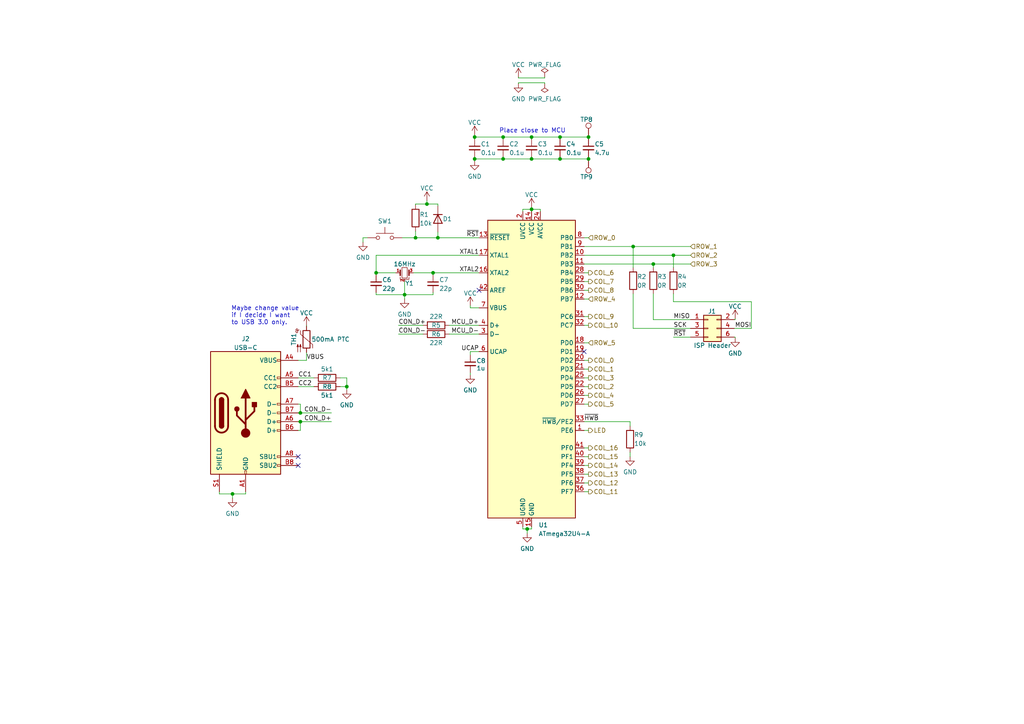
<source format=kicad_sch>
(kicad_sch (version 20211123) (generator eeschema)
  (paper "A4")
  (lib_symbols
    (symbol "Connector:TestPoint" (pin_numbers hide) (pin_names (offset 0.762) hide)
      (property "Reference" "TP" (at 0 6.858 0))
      (property "Value" "TestPoint" (at 0 5.08 0))
      (symbol "TestPoint_0_1"
        (circle (center 0 3.302) (radius 0.762))
      )
      (symbol "TestPoint_1_1"
        (pin passive line (at 0 0 90) (length 2.54) (name "1") (number "1"))
      )
    )
    (symbol "Connector:USB_C_Receptacle_USB2.0" (pin_names (offset 1.016))
      (property "Reference" "J" (at -10.16 19.05 0))
      (property "Value" "USB_C_Receptacle_USB2.0" (at 19.05 19.05 0))
      (symbol "USB_C_Receptacle_USB2.0_0_0"
        (rectangle (start -0.254 -17.78) (end 0.254 -16.764))
        (rectangle (start 10.16 -14.986) (end 9.144 -15.494))
        (rectangle (start 10.16 -12.446) (end 9.144 -12.954))
        (rectangle (start 10.16 -4.826) (end 9.144 -5.334))
        (rectangle (start 10.16 -2.286) (end 9.144 -2.794))
        (rectangle (start 10.16 0.254) (end 9.144 -0.254))
        (rectangle (start 10.16 2.794) (end 9.144 2.286))
        (rectangle (start 10.16 7.874) (end 9.144 7.366))
        (rectangle (start 10.16 10.414) (end 9.144 9.906))
        (rectangle (start 10.16 15.494) (end 9.144 14.986))
      )
      (symbol "USB_C_Receptacle_USB2.0_0_1"
        (rectangle (start -10.16 17.78) (end 10.16 -17.78) (stroke (width 0.254)) (fill (type background)))
        (arc (start -8.89 -3.81) (mid -6.985 -5.715) (end -5.08 -3.81) (stroke (width 0.508)))
        (arc (start -7.62 -3.81) (mid -6.985 -4.445) (end -6.35 -3.81) (stroke (width 0.254)))
        (arc (start -7.62 -3.81) (mid -6.985 -4.445) (end -6.35 -3.81) (stroke (width 0.254)) (fill (type outline)))
        (rectangle (start -7.62 -3.81) (end -6.35 3.81) (stroke (width 0.254)) (fill (type outline)))
        (arc (start -6.35 3.81) (mid -6.985 4.445) (end -7.62 3.81) (stroke (width 0.254)))
        (arc (start -6.35 3.81) (mid -6.985 4.445) (end -7.62 3.81) (stroke (width 0.254)) (fill (type outline)))
        (arc (start -5.08 3.81) (mid -6.985 5.715) (end -8.89 3.81) (stroke (width 0.508)))
        (circle (center -2.54 1.143) (radius 0.635) (stroke (width 0.254)) (fill (type outline)))
        (circle (center 0 -5.842) (radius 1.27) (fill (type outline)))
        (polyline (pts (xy -8.89 -3.81) (xy -8.89 3.81)) (stroke (width 0.508)))
        (polyline (pts (xy -5.08 3.81) (xy -5.08 -3.81)) (stroke (width 0.508)))
        (polyline (pts (xy 0 -5.842) (xy 0 4.318)) (stroke (width 0.508)))
        (polyline (pts (xy 0 -3.302) (xy -2.54 -0.762) (xy -2.54 0.508)) (stroke (width 0.508)))
        (polyline (pts (xy 0 -2.032) (xy 2.54 0.508) (xy 2.54 1.778)) (stroke (width 0.508)))
        (polyline (pts (xy -1.27 4.318) (xy 0 6.858) (xy 1.27 4.318) (xy -1.27 4.318)) (stroke (width 0.254)) (fill (type outline)))
        (rectangle (start 1.905 1.778) (end 3.175 3.048) (stroke (width 0.254)) (fill (type outline)))
      )
      (symbol "USB_C_Receptacle_USB2.0_1_1"
        (pin passive line (at 0 -22.86 90) (length 5.08) (name "GND") (number "A1"))
        (pin passive line (at 0 -22.86 90) (length 5.08) hide (name "GND") (number "A12"))
        (pin passive line (at 15.24 15.24 180) (length 5.08) (name "VBUS") (number "A4"))
        (pin bidirectional line (at 15.24 10.16 180) (length 5.08) (name "CC1") (number "A5"))
        (pin bidirectional line (at 15.24 -2.54 180) (length 5.08) (name "D+") (number "A6"))
        (pin bidirectional line (at 15.24 2.54 180) (length 5.08) (name "D-") (number "A7"))
        (pin bidirectional line (at 15.24 -12.7 180) (length 5.08) (name "SBU1") (number "A8"))
        (pin passive line (at 15.24 15.24 180) (length 5.08) hide (name "VBUS") (number "A9"))
        (pin passive line (at 0 -22.86 90) (length 5.08) hide (name "GND") (number "B1"))
        (pin passive line (at 0 -22.86 90) (length 5.08) hide (name "GND") (number "B12"))
        (pin passive line (at 15.24 15.24 180) (length 5.08) hide (name "VBUS") (number "B4"))
        (pin bidirectional line (at 15.24 7.62 180) (length 5.08) (name "CC2") (number "B5"))
        (pin bidirectional line (at 15.24 -5.08 180) (length 5.08) (name "D+") (number "B6"))
        (pin bidirectional line (at 15.24 0 180) (length 5.08) (name "D-") (number "B7"))
        (pin bidirectional line (at 15.24 -15.24 180) (length 5.08) (name "SBU2") (number "B8"))
        (pin passive line (at 15.24 15.24 180) (length 5.08) hide (name "VBUS") (number "B9"))
        (pin passive line (at -7.62 -22.86 90) (length 5.08) (name "SHIELD") (number "S1"))
      )
    )
    (symbol "Connector_Generic:Conn_02x03_Odd_Even" (pin_names (offset 1.016) hide)
      (property "Reference" "J" (at 1.27 5.08 0))
      (property "Value" "Conn_02x03_Odd_Even" (at 1.27 -5.08 0))
      (symbol "Conn_02x03_Odd_Even_1_1"
        (rectangle (start -1.27 -2.413) (end 0 -2.667) (stroke (width 0.1524)))
        (rectangle (start -1.27 0.127) (end 0 -0.127) (stroke (width 0.1524)))
        (rectangle (start -1.27 2.667) (end 0 2.413) (stroke (width 0.1524)))
        (rectangle (start -1.27 3.81) (end 3.81 -3.81) (stroke (width 0.254)) (fill (type background)))
        (rectangle (start 3.81 -2.413) (end 2.54 -2.667) (stroke (width 0.1524)))
        (rectangle (start 3.81 0.127) (end 2.54 -0.127) (stroke (width 0.1524)))
        (rectangle (start 3.81 2.667) (end 2.54 2.413) (stroke (width 0.1524)))
        (pin passive line (at -5.08 2.54 0) (length 3.81) (name "Pin_1") (number "1"))
        (pin passive line (at 7.62 2.54 180) (length 3.81) (name "Pin_2") (number "2"))
        (pin passive line (at -5.08 0 0) (length 3.81) (name "Pin_3") (number "3"))
        (pin passive line (at 7.62 0 180) (length 3.81) (name "Pin_4") (number "4"))
        (pin passive line (at -5.08 -2.54 0) (length 3.81) (name "Pin_5") (number "5"))
        (pin passive line (at 7.62 -2.54 180) (length 3.81) (name "Pin_6") (number "6"))
      )
    )
    (symbol "Device:C_Small" (pin_numbers hide) (pin_names (offset 0.254) hide)
      (property "Reference" "C" (at 0.254 1.778 0))
      (property "Value" "C_Small" (at 0.254 -2.032 0))
      (symbol "C_Small_0_1"
        (polyline (pts (xy -1.524 -0.508) (xy 1.524 -0.508)) (stroke (width 0.3302)))
        (polyline (pts (xy -1.524 0.508) (xy 1.524 0.508)) (stroke (width 0.3048)))
      )
      (symbol "C_Small_1_1"
        (pin passive line (at 0 2.54 270) (length 2.032) (name "~") (number "1"))
        (pin passive line (at 0 -2.54 90) (length 2.032) (name "~") (number "2"))
      )
    )
    (symbol "Device:Crystal_GND2_Small" (pin_names (offset 1.016) hide)
      (property "Reference" "Y" (at 0 5.08 0))
      (property "Value" "Crystal_GND2_Small" (at 0 3.175 0))
      (symbol "Crystal_GND2_Small_0_1"
        (rectangle (start -0.762 -1.524) (end 0.762 1.524))
        (polyline (pts (xy -1.27 -0.762) (xy -1.27 0.762)) (stroke (width 0.381)))
        (polyline (pts (xy 1.27 -0.762) (xy 1.27 0.762)) (stroke (width 0.381)))
        (polyline (pts (xy -1.27 -1.27) (xy -1.27 -1.905) (xy 1.27 -1.905) (xy 1.27 -1.27)))
      )
      (symbol "Crystal_GND2_Small_1_1"
        (pin passive line (at -2.54 0 0) (length 1.27) (name "1") (number "1"))
        (pin passive line (at 0 -2.54 90) (length 0.635) (name "2") (number "2"))
        (pin passive line (at 2.54 0 180) (length 1.27) (name "3") (number "3"))
      )
    )
    (symbol "Device:D" (pin_numbers hide) (pin_names (offset 1.016) hide)
      (property "Reference" "D" (at 0 2.54 0))
      (property "Value" "D" (at 0 -2.54 0))
      (symbol "D_0_1"
        (polyline (pts (xy -1.27 1.27) (xy -1.27 -1.27)) (stroke (width 0.254)))
        (polyline (pts (xy 1.27 0) (xy -1.27 0)))
        (polyline (pts (xy 1.27 1.27) (xy 1.27 -1.27) (xy -1.27 0) (xy 1.27 1.27)) (stroke (width 0.254)))
      )
      (symbol "D_1_1"
        (pin passive line (at -3.81 0 0) (length 2.54) (name "K") (number "1"))
        (pin passive line (at 3.81 0 180) (length 2.54) (name "A") (number "2"))
      )
    )
    (symbol "Device:R" (pin_numbers hide) (pin_names (offset 0))
      (property "Reference" "R" (at 2.032 0 90))
      (property "Value" "R" (at 0 0 90))
      (symbol "R_0_1"
        (rectangle (start -1.016 -2.54) (end 1.016 2.54) (stroke (width 0.254)))
      )
      (symbol "R_1_1"
        (pin passive line (at 0 3.81 270) (length 1.27) (name "~") (number "1"))
        (pin passive line (at 0 -3.81 90) (length 1.27) (name "~") (number "2"))
      )
    )
    (symbol "Device:Thermistor_PTC" (pin_numbers hide) (pin_names (offset 0))
      (property "Reference" "TH" (at -4.064 0 90))
      (property "Value" "Thermistor_PTC" (at 3.048 0 90))
      (symbol "Thermistor_PTC_0_1"
        (arc (start -3.048 2.159) (mid -3.0495 2.3143) (end -3.175 2.413))
        (arc (start -3.048 2.159) (mid -2.9736 1.9794) (end -2.794 1.905))
        (arc (start -3.048 2.794) (mid -2.9736 2.6144) (end -2.794 2.54))
        (arc (start -2.794 1.905) (mid -2.6144 1.9794) (end -2.54 2.159))
        (arc (start -2.794 2.54) (mid -2.4393 2.5587) (end -2.159 2.794))
        (arc (start -2.794 3.048) (mid -2.9736 2.9736) (end -3.048 2.794))
        (arc (start -2.54 2.794) (mid -2.6144 2.9736) (end -2.794 3.048))
        (rectangle (start -1.016 2.54) (end 1.016 -2.54) (stroke (width 0.254)))
        (polyline (pts (xy -2.54 2.159) (xy -2.54 2.794)))
        (polyline (pts (xy -1.778 2.54) (xy -1.778 1.524) (xy 1.778 -1.524) (xy 1.778 -2.54)))
        (polyline (pts (xy -2.54 -3.683) (xy -2.54 -1.397) (xy -2.794 -2.159) (xy -2.286 -2.159) (xy -2.54 -1.397) (xy -2.54 -1.651)) (fill (type outline)))
        (polyline (pts (xy -1.778 -3.683) (xy -1.778 -1.397) (xy -2.032 -2.159) (xy -1.524 -2.159) (xy -1.778 -1.397) (xy -1.778 -1.651)) (fill (type outline)))
      )
      (symbol "Thermistor_PTC_1_1"
        (pin passive line (at 0 3.81 270) (length 1.27) (name "~") (number "1"))
        (pin passive line (at 0 -3.81 90) (length 1.27) (name "~") (number "2"))
      )
    )
    (symbol "MCU_Microchip_ATmega:ATmega32U4-A"
      (property "Reference" "U" (at -12.7 44.45 0))
      (property "Value" "ATmega32U4-A" (at 2.54 -44.45 0))
      (symbol "ATmega32U4-A_0_1"
        (rectangle (start -12.7 -43.18) (end 12.7 43.18) (stroke (width 0.254)) (fill (type background)))
      )
      (symbol "ATmega32U4-A_1_1"
        (pin bidirectional line (at 15.24 -17.78 180) (length 2.54) (name "PE6") (number "1"))
        (pin bidirectional line (at 15.24 33.02 180) (length 2.54) (name "PB2") (number "10"))
        (pin bidirectional line (at 15.24 30.48 180) (length 2.54) (name "PB3") (number "11"))
        (pin bidirectional line (at 15.24 20.32 180) (length 2.54) (name "PB7") (number "12"))
        (pin input line (at -15.24 38.1 0) (length 2.54) (name "~{RESET}") (number "13"))
        (pin power_in line (at 0 45.72 270) (length 2.54) (name "VCC") (number "14"))
        (pin power_in line (at 0 -45.72 90) (length 2.54) (name "GND") (number "15"))
        (pin output line (at -15.24 27.94 0) (length 2.54) (name "XTAL2") (number "16"))
        (pin input line (at -15.24 33.02 0) (length 2.54) (name "XTAL1") (number "17"))
        (pin bidirectional line (at 15.24 7.62 180) (length 2.54) (name "PD0") (number "18"))
        (pin bidirectional line (at 15.24 5.08 180) (length 2.54) (name "PD1") (number "19"))
        (pin power_in line (at -2.54 45.72 270) (length 2.54) (name "UVCC") (number "2"))
        (pin bidirectional line (at 15.24 2.54 180) (length 2.54) (name "PD2") (number "20"))
        (pin bidirectional line (at 15.24 0 180) (length 2.54) (name "PD3") (number "21"))
        (pin bidirectional line (at 15.24 -5.08 180) (length 2.54) (name "PD5") (number "22"))
        (pin passive line (at 0 -45.72 90) (length 2.54) hide (name "GND") (number "23"))
        (pin power_in line (at 2.54 45.72 270) (length 2.54) (name "AVCC") (number "24"))
        (pin bidirectional line (at 15.24 -2.54 180) (length 2.54) (name "PD4") (number "25"))
        (pin bidirectional line (at 15.24 -7.62 180) (length 2.54) (name "PD6") (number "26"))
        (pin bidirectional line (at 15.24 -10.16 180) (length 2.54) (name "PD7") (number "27"))
        (pin bidirectional line (at 15.24 27.94 180) (length 2.54) (name "PB4") (number "28"))
        (pin bidirectional line (at 15.24 25.4 180) (length 2.54) (name "PB5") (number "29"))
        (pin bidirectional line (at -15.24 10.16 0) (length 2.54) (name "D-") (number "3"))
        (pin bidirectional line (at 15.24 22.86 180) (length 2.54) (name "PB6") (number "30"))
        (pin bidirectional line (at 15.24 15.24 180) (length 2.54) (name "PC6") (number "31"))
        (pin bidirectional line (at 15.24 12.7 180) (length 2.54) (name "PC7") (number "32"))
        (pin bidirectional line (at 15.24 -15.24 180) (length 2.54) (name "~{HWB}/PE2") (number "33"))
        (pin passive line (at 0 45.72 270) (length 2.54) hide (name "VCC") (number "34"))
        (pin passive line (at 0 -45.72 90) (length 2.54) hide (name "GND") (number "35"))
        (pin bidirectional line (at 15.24 -35.56 180) (length 2.54) (name "PF7") (number "36"))
        (pin bidirectional line (at 15.24 -33.02 180) (length 2.54) (name "PF6") (number "37"))
        (pin bidirectional line (at 15.24 -30.48 180) (length 2.54) (name "PF5") (number "38"))
        (pin bidirectional line (at 15.24 -27.94 180) (length 2.54) (name "PF4") (number "39"))
        (pin bidirectional line (at -15.24 12.7 0) (length 2.54) (name "D+") (number "4"))
        (pin bidirectional line (at 15.24 -25.4 180) (length 2.54) (name "PF1") (number "40"))
        (pin bidirectional line (at 15.24 -22.86 180) (length 2.54) (name "PF0") (number "41"))
        (pin passive line (at -15.24 22.86 0) (length 2.54) (name "AREF") (number "42"))
        (pin passive line (at 0 -45.72 90) (length 2.54) hide (name "GND") (number "43"))
        (pin passive line (at 2.54 45.72 270) (length 2.54) hide (name "AVCC") (number "44"))
        (pin passive line (at -2.54 -45.72 90) (length 2.54) (name "UGND") (number "5"))
        (pin passive line (at -15.24 5.08 0) (length 2.54) (name "UCAP") (number "6"))
        (pin input line (at -15.24 17.78 0) (length 2.54) (name "VBUS") (number "7"))
        (pin bidirectional line (at 15.24 38.1 180) (length 2.54) (name "PB0") (number "8"))
        (pin bidirectional line (at 15.24 35.56 180) (length 2.54) (name "PB1") (number "9"))
      )
    )
    (symbol "Switch:SW_Push" (pin_numbers hide) (pin_names (offset 1.016) hide)
      (property "Reference" "SW" (at 1.27 2.54 0))
      (property "Value" "SW_Push" (at 0 -1.524 0))
      (symbol "SW_Push_0_1"
        (circle (center -2.032 0) (radius 0.508))
        (polyline (pts (xy 0 1.27) (xy 0 3.048)))
        (polyline (pts (xy 2.54 1.27) (xy -2.54 1.27)))
        (circle (center 2.032 0) (radius 0.508))
        (pin passive line (at -5.08 0 0) (length 2.54) (name "1") (number "1"))
        (pin passive line (at 5.08 0 180) (length 2.54) (name "2") (number "2"))
      )
    )
    (symbol "power:GND" (power) (pin_names (offset 0))
      (property "Value" "GND" (at 0 -3.81 0))
      (symbol "GND_0_1"
        (polyline (pts (xy 0 0) (xy 0 -1.27) (xy 1.27 -1.27) (xy 0 -2.54) (xy -1.27 -1.27) (xy 0 -1.27)))
      )
      (symbol "GND_1_1"
        (pin power_in line (at 0 0 270) (length 0) hide (name "GND") (number "1"))
      )
    )
    (symbol "power:PWR_FLAG" (power) (pin_numbers hide) (pin_names (offset 0) hide)
      (property "Value" "PWR_FLAG" (at 0 3.81 0))
      (symbol "PWR_FLAG_0_0"
        (pin power_out line (at 0 0 90) (length 0) (name "pwr") (number "1"))
      )
      (symbol "PWR_FLAG_0_1"
        (polyline (pts (xy 0 0) (xy 0 1.27) (xy -1.016 1.905) (xy 0 2.54) (xy 1.016 1.905) (xy 0 1.27)))
      )
    )
    (symbol "power:VCC" (power) (pin_names (offset 0))
      (property "Value" "VCC" (at 0 3.81 0))
      (symbol "VCC_0_1"
        (polyline (pts (xy -0.762 1.27) (xy 0 2.54)))
        (polyline (pts (xy 0 0) (xy 0 2.54)))
        (polyline (pts (xy 0 2.54) (xy 0.762 1.27)))
      )
      (symbol "VCC_1_1"
        (pin power_in line (at 0 0 90) (length 0) hide (name "VCC") (number "1"))
      )
    )
  )
  (junction (at 170.688 46.101))
  (junction (at 87.122 122.301))
  (junction (at 162.433 46.101))
  (junction (at 127 68.961))
  (junction (at 154.178 39.751))
  (junction (at 137.668 39.751))
  (junction (at 170.688 39.751))
  (junction (at 120.523 68.961))
  (junction (at 154.178 60.706))
  (junction (at 125.603 79.121))
  (junction (at 100.584 112.141))
  (junction (at 123.825 59.182))
  (junction (at 189.484 76.581))
  (junction (at 152.908 153.416))
  (junction (at 137.668 46.101))
  (junction (at 117.348 85.471))
  (junction (at 67.437 143.256))
  (junction (at 162.433 39.751))
  (junction (at 145.923 39.751))
  (junction (at 145.923 46.101))
  (junction (at 154.178 46.101))
  (junction (at 109.093 79.121))
  (junction (at 195.326 74.041))
  (junction (at 183.642 71.501))
  (junction (at 87.122 119.761))
  (no_connect (at 169.418 101.981))
  (no_connect (at 86.487 135.001))
  (no_connect (at 86.487 132.461))
  (no_connect (at 138.938 84.201))
  (wire (pts (xy 137.668 46.101) (xy 137.668 46.736)))
  (wire (pts (xy 136.398 101.981) (xy 138.938 101.981)))
  (wire (pts (xy 109.093 74.041) (xy 138.938 74.041)))
  (wire (pts (xy 138.938 89.281) (xy 136.398 89.281)))
  (wire (pts (xy 127 67.31) (xy 127 68.961)))
  (wire (pts (xy 115.57 96.901) (xy 122.682 96.901)))
  (wire (pts (xy 195.326 85.217) (xy 195.326 87.503)))
  (wire (pts (xy 162.433 39.751) (xy 162.433 40.386)))
  (wire (pts (xy 109.093 84.836) (xy 109.093 85.471)))
  (wire (pts (xy 170.688 40.386) (xy 170.688 39.751)))
  (wire (pts (xy 87.122 124.841) (xy 86.487 124.841)))
  (wire (pts (xy 213.233 97.79) (xy 213.233 98.044)))
  (wire (pts (xy 182.753 122.301) (xy 182.753 123.571)))
  (wire (pts (xy 162.433 39.751) (xy 154.178 39.751)))
  (wire (pts (xy 137.668 39.116) (xy 137.668 39.751)))
  (wire (pts (xy 154.178 46.101) (xy 145.923 46.101)))
  (wire (pts (xy 71.247 142.621) (xy 71.247 143.256)))
  (wire (pts (xy 127 68.961) (xy 138.938 68.961)))
  (wire (pts (xy 115.57 94.361) (xy 122.682 94.361)))
  (wire (pts (xy 87.122 117.221) (xy 86.487 117.221)))
  (wire (pts (xy 125.603 79.121) (xy 138.938 79.121)))
  (wire (pts (xy 195.326 77.597) (xy 195.326 74.041)))
  (wire (pts (xy 123.825 58.166) (xy 123.825 59.182)))
  (wire (pts (xy 189.484 76.581) (xy 189.484 77.597)))
  (wire (pts (xy 157.988 24.257) (xy 157.988 24.003)))
  (wire (pts (xy 213.233 92.71) (xy 213.233 92.456)))
  (wire (pts (xy 151.638 61.341) (xy 151.638 60.706)))
  (wire (pts (xy 169.418 86.741) (xy 170.688 86.741)))
  (wire (pts (xy 100.584 109.601) (xy 100.584 112.141)))
  (wire (pts (xy 169.418 117.221) (xy 170.688 117.221)))
  (wire (pts (xy 137.668 46.101) (xy 145.923 46.101)))
  (wire (pts (xy 154.178 60.706) (xy 154.178 61.341)))
  (wire (pts (xy 86.487 112.141) (xy 91.059 112.141)))
  (wire (pts (xy 123.825 59.182) (xy 120.523 59.182)))
  (wire (pts (xy 212.979 95.25) (xy 217.932 95.25)))
  (wire (pts (xy 169.418 140.081) (xy 170.688 140.081)))
  (wire (pts (xy 212.979 92.71) (xy 213.233 92.71)))
  (wire (pts (xy 169.418 109.601) (xy 170.688 109.601)))
  (wire (pts (xy 169.418 142.621) (xy 170.688 142.621)))
  (wire (pts (xy 88.9 94.361) (xy 88.9 94.615)))
  (wire (pts (xy 87.122 117.221) (xy 87.122 119.761)))
  (wire (pts (xy 63.627 142.621) (xy 63.627 143.256)))
  (wire (pts (xy 87.122 122.301) (xy 87.122 124.841)))
  (wire (pts (xy 105.283 68.961) (xy 105.283 70.231)))
  (wire (pts (xy 137.668 45.466) (xy 137.668 46.101)))
  (wire (pts (xy 217.932 87.503) (xy 217.932 95.25)))
  (wire (pts (xy 86.487 109.601) (xy 91.059 109.601)))
  (wire (pts (xy 150.368 22.352) (xy 150.368 22.606)))
  (wire (pts (xy 169.418 84.201) (xy 170.688 84.201)))
  (wire (pts (xy 170.688 45.466) (xy 170.688 46.101)))
  (wire (pts (xy 145.923 45.466) (xy 145.923 46.101)))
  (wire (pts (xy 169.418 135.001) (xy 170.688 135.001)))
  (wire (pts (xy 162.433 46.101) (xy 154.178 46.101)))
  (wire (pts (xy 119.888 79.121) (xy 125.603 79.121)))
  (wire (pts (xy 109.093 74.041) (xy 109.093 79.121)))
  (wire (pts (xy 154.178 39.751) (xy 145.923 39.751)))
  (wire (pts (xy 189.484 76.581) (xy 200.279 76.581)))
  (wire (pts (xy 125.603 79.121) (xy 125.603 79.756)))
  (wire (pts (xy 152.908 153.416) (xy 152.908 154.686)))
  (wire (pts (xy 169.418 91.821) (xy 170.688 91.821)))
  (wire (pts (xy 120.523 59.182) (xy 120.523 59.436)))
  (wire (pts (xy 169.418 129.921) (xy 170.688 129.921)))
  (wire (pts (xy 154.178 152.781) (xy 154.178 153.416)))
  (wire (pts (xy 154.178 45.466) (xy 154.178 46.101)))
  (wire (pts (xy 106.553 68.961) (xy 105.283 68.961)))
  (wire (pts (xy 136.398 108.077) (xy 136.398 108.712)))
  (wire (pts (xy 67.437 143.256) (xy 71.247 143.256)))
  (wire (pts (xy 98.679 109.601) (xy 100.584 109.601)))
  (wire (pts (xy 162.433 45.466) (xy 162.433 46.101)))
  (wire (pts (xy 169.418 124.841) (xy 170.688 124.841)))
  (wire (pts (xy 169.418 81.661) (xy 170.688 81.661)))
  (wire (pts (xy 169.418 94.361) (xy 170.688 94.361)))
  (wire (pts (xy 170.688 39.751) (xy 162.433 39.751)))
  (wire (pts (xy 151.638 60.706) (xy 154.178 60.706)))
  (wire (pts (xy 151.638 153.416) (xy 152.908 153.416)))
  (wire (pts (xy 156.718 60.706) (xy 154.178 60.706)))
  (wire (pts (xy 109.093 79.121) (xy 114.808 79.121)))
  (wire (pts (xy 169.418 122.301) (xy 182.753 122.301)))
  (wire (pts (xy 137.668 39.751) (xy 137.668 40.386)))
  (wire (pts (xy 195.326 74.041) (xy 200.279 74.041)))
  (wire (pts (xy 169.418 76.581) (xy 189.484 76.581)))
  (wire (pts (xy 150.368 22.606) (xy 157.988 22.606)))
  (wire (pts (xy 157.988 22.606) (xy 157.988 22.352)))
  (wire (pts (xy 169.418 104.521) (xy 170.688 104.521)))
  (wire (pts (xy 117.348 85.471) (xy 117.348 86.741)))
  (wire (pts (xy 212.979 97.79) (xy 213.233 97.79)))
  (wire (pts (xy 150.368 24.003) (xy 150.368 24.257)))
  (wire (pts (xy 151.638 153.416) (xy 151.638 152.781)))
  (wire (pts (xy 88.9 104.521) (xy 88.9 102.235)))
  (wire (pts (xy 189.484 92.71) (xy 200.279 92.71)))
  (wire (pts (xy 100.584 112.141) (xy 100.584 113.03)))
  (wire (pts (xy 183.642 71.501) (xy 200.279 71.501)))
  (wire (pts (xy 87.122 119.761) (xy 96.139 119.761)))
  (wire (pts (xy 182.753 131.191) (xy 182.753 132.461)))
  (wire (pts (xy 130.302 94.361) (xy 138.938 94.361)))
  (wire (pts (xy 157.988 24.003) (xy 150.368 24.003)))
  (wire (pts (xy 169.418 99.441) (xy 170.688 99.441)))
  (wire (pts (xy 125.603 85.471) (xy 117.348 85.471)))
  (wire (pts (xy 67.437 143.256) (xy 67.437 144.526)))
  (wire (pts (xy 86.487 119.761) (xy 87.122 119.761)))
  (wire (pts (xy 136.398 102.997) (xy 136.398 101.981)))
  (wire (pts (xy 127 59.69) (xy 127 59.182)))
  (wire (pts (xy 183.642 85.217) (xy 183.642 95.25)))
  (wire (pts (xy 116.713 68.961) (xy 120.523 68.961)))
  (wire (pts (xy 169.418 68.961) (xy 170.688 68.961)))
  (wire (pts (xy 125.603 84.836) (xy 125.603 85.471)))
  (wire (pts (xy 136.398 89.281) (xy 136.398 88.646)))
  (wire (pts (xy 195.326 87.503) (xy 217.932 87.503)))
  (wire (pts (xy 117.348 81.661) (xy 117.348 85.471)))
  (wire (pts (xy 127 59.182) (xy 123.825 59.182)))
  (wire (pts (xy 169.418 112.141) (xy 170.688 112.141)))
  (wire (pts (xy 117.348 85.471) (xy 109.093 85.471)))
  (wire (pts (xy 154.178 60.071) (xy 154.178 60.706)))
  (wire (pts (xy 169.418 137.541) (xy 170.688 137.541)))
  (wire (pts (xy 183.642 71.501) (xy 183.642 77.597)))
  (wire (pts (xy 169.418 114.681) (xy 170.688 114.681)))
  (wire (pts (xy 156.718 61.341) (xy 156.718 60.706)))
  (wire (pts (xy 169.418 107.061) (xy 170.688 107.061)))
  (wire (pts (xy 169.418 74.041) (xy 195.326 74.041)))
  (wire (pts (xy 109.093 79.121) (xy 109.093 79.756)))
  (wire (pts (xy 86.487 122.301) (xy 87.122 122.301)))
  (wire (pts (xy 169.418 79.121) (xy 170.688 79.121)))
  (wire (pts (xy 183.642 95.25) (xy 200.279 95.25)))
  (wire (pts (xy 86.487 104.521) (xy 88.9 104.521)))
  (wire (pts (xy 63.627 143.256) (xy 67.437 143.256)))
  (wire (pts (xy 145.923 39.751) (xy 137.668 39.751)))
  (wire (pts (xy 152.908 153.416) (xy 154.178 153.416)))
  (wire (pts (xy 170.688 46.101) (xy 162.433 46.101)))
  (wire (pts (xy 169.418 71.501) (xy 183.642 71.501)))
  (wire (pts (xy 87.122 122.301) (xy 96.139 122.301)))
  (wire (pts (xy 154.178 39.751) (xy 154.178 40.386)))
  (wire (pts (xy 130.302 96.901) (xy 138.938 96.901)))
  (wire (pts (xy 169.418 132.461) (xy 170.688 132.461)))
  (wire (pts (xy 189.484 85.217) (xy 189.484 92.71)))
  (wire (pts (xy 98.679 112.141) (xy 100.584 112.141)))
  (wire (pts (xy 120.523 68.961) (xy 127 68.961)))
  (wire (pts (xy 145.923 39.751) (xy 145.923 40.386)))
  (wire (pts (xy 195.326 97.79) (xy 200.279 97.79)))
  (wire (pts (xy 120.523 67.056) (xy 120.523 68.961)))
  (text "Maybe change value \nif I decide I want \nto USB 3.0 only." (at 67.056 94.361 0) (effects (font (size 1.27 1.27)) (justify left bottom)))
  (text "Place close to MCU" (at 164.084 38.735 180) (effects (font (size 1.27 1.27)) (justify right bottom)))
  (label "~{HWB}" (at 169.418 122.301 0))
  (label "XTAL1" (at 138.938 74.041 180))
  (label "~{RST}" (at 138.938 68.961 180))
  (label "CON_D-" (at 115.57 96.901 0))
  (label "CON_D+" (at 115.57 94.361 0))
  (label "MCU_D+" (at 138.938 94.361 180))
  (label "CC2" (at 86.487 112.141 0))
  (label "MCU_D-" (at 138.938 96.901 180))
  (label "~{RST}" (at 195.326 97.79 0))
  (label "SCK" (at 195.326 95.25 0))
  (label "VBUS" (at 88.9 104.521 0))
  (label "MISO" (at 195.326 92.71 0))
  (label "MOSI" (at 217.932 95.25 180))
  (label "UCAP" (at 138.938 101.981 180))
  (label "XTAL2" (at 138.938 79.121 180))
  (label "CON_D+" (at 96.139 122.301 180))
  (label "CON_D-" (at 96.139 119.761 180))
  (label "CC1" (at 86.487 109.601 0))
  (hierarchical_label "ROW_5" (shape input) (at 170.688 99.441 0))
  (hierarchical_label "COL_7" (shape output) (at 170.688 81.661 0))
  (hierarchical_label "ROW_3" (shape input) (at 200.279 76.581 0))
  (hierarchical_label "COL_5" (shape output) (at 170.688 117.221 0))
  (hierarchical_label "COL_1" (shape output) (at 170.688 107.061 0))
  (hierarchical_label "COL_4" (shape output) (at 170.688 114.681 0))
  (hierarchical_label "COL_12" (shape output) (at 170.688 140.081 0))
  (hierarchical_label "COL_16" (shape output) (at 170.688 129.921 0))
  (hierarchical_label "ROW_0" (shape input) (at 170.688 68.961 0))
  (hierarchical_label "ROW_4" (shape input) (at 170.688 86.741 0))
  (hierarchical_label "ROW_2" (shape input) (at 200.279 74.041 0))
  (hierarchical_label "COL_3" (shape output) (at 170.688 109.601 0))
  (hierarchical_label "COL_6" (shape output) (at 170.688 79.121 0))
  (hierarchical_label "COL_13" (shape output) (at 170.688 137.541 0))
  (hierarchical_label "LED" (shape output) (at 170.688 124.841 0))
  (hierarchical_label "COL_8" (shape output) (at 170.688 84.201 0))
  (hierarchical_label "COL_2" (shape output) (at 170.688 112.141 0))
  (hierarchical_label "COL_11" (shape output) (at 170.688 142.621 0))
  (hierarchical_label "ROW_1" (shape input) (at 200.279 71.501 0))
  (hierarchical_label "COL_15" (shape output) (at 170.688 132.461 0))
  (hierarchical_label "COL_9" (shape output) (at 170.688 91.821 0))
  (hierarchical_label "COL_10" (shape output) (at 170.688 94.361 0))
  (hierarchical_label "COL_14" (shape output) (at 170.688 135.001 0))
  (hierarchical_label "COL_0" (shape output) (at 170.688 104.521 0))
  (symbol (lib_id "Device:C_Small") (at 154.178 42.926 0) (unit 1)
    (property "Reference" "C3" (at 155.956 41.783 0) (effects (justify left)))
    (property "Value" "0.1u" (at 155.956 44.3199 0) (effects (justify left)))
    (property "Footprint" "Capacitor_SMD:C_0402_1005Metric_Pad0.74x0.62mm_HandSolder" (effects hide))
  )
  (symbol (lib_id "Device:R") (at 120.523 63.246 0) (unit 1)
    (property "Reference" "R1" (at 121.666 62.23 0) (effects (justify left)))
    (property "Value" "10k" (at 121.666 64.7669 0) (effects (justify left)))
    (property "Footprint" "Resistor_SMD:R_0603_1608Metric_Pad0.98x0.95mm_HandSolder" (effects hide))
  )
  (symbol (lib_id "MCU_Microchip_ATmega:ATmega32U4-A") (at 154.178 107.061 0) (unit 1)
    (property "Reference" "U1" (at 156.1974 152.2714 0) (effects (justify left)))
    (property "Value" "ATmega32U4-A" (at 156.1974 154.8083 0) (effects (justify left)))
    (property "Footprint" "Package_QFP:TQFP-44_10x10mm_P0.8mm" (effects hide))
    (property "Datasheet" "http://ww1.microchip.com/downloads/en/DeviceDoc/Atmel-7766-8-bit-AVR-ATmega16U4-32U4_Datasheet.pdf" (effects hide))
  )
  (symbol (lib_id "Switch:SW_Push") (at 111.633 68.961 0) (unit 1)
    (property "Reference" "SW1" (at 111.633 64.135 0))
    (property "Value" "SW_Push" (effects hide))
    (property "Footprint" "Button_Switch_SMD:SW_Push_1P1T_NO_6x6mm_H9.5mm" (effects hide))
  )
  (symbol (lib_id "Device:R") (at 126.492 94.361 270) (unit 1)
    (property "Reference" "R5" (at 126.492 94.361 90))
    (property "Value" "22R" (at 126.492 91.821 90))
    (property "Footprint" "Resistor_SMD:R_0603_1608Metric_Pad0.98x0.95mm_HandSolder" (effects hide))
  )
  (symbol (lib_id "power:VCC") (at 213.233 92.456 0) (unit 1)
    (property "Reference" "#PWR010" (effects hide))
    (property "Value" "VCC" (at 213.233 88.8802 0))
  )
  (symbol (lib_id "power:PWR_FLAG") (at 157.988 22.352 0) (unit 1)
    (property "Reference" "#FLG01" (effects hide))
    (property "Value" "PWR_FLAG" (at 157.988 18.7762 0))
  )
  (symbol (lib_id "power:GND") (at 105.283 70.231 0) (unit 1)
    (property "Reference" "#PWR07" (effects hide))
    (property "Value" "GND" (at 105.283 74.6744 0))
  )
  (symbol (lib_id "Device:C_Small") (at 145.923 42.926 0) (unit 1)
    (property "Reference" "C2" (at 147.701 41.783 0) (effects (justify left)))
    (property "Value" "0.1u" (at 147.701 44.3199 0) (effects (justify left)))
    (property "Footprint" "Capacitor_SMD:C_0402_1005Metric_Pad0.74x0.62mm_HandSolder" (effects hide))
  )
  (symbol (lib_id "power:GND") (at 117.348 86.741 0) (unit 1)
    (property "Reference" "#PWR08" (effects hide))
    (property "Value" "GND" (at 117.348 91.1844 0))
  )
  (symbol (lib_id "power:GND") (at 67.437 144.526 0) (unit 1)
    (property "Reference" "#PWR016" (effects hide))
    (property "Value" "GND" (at 67.437 148.9694 0))
  )
  (symbol (lib_id "power:VCC") (at 123.825 58.166 0) (unit 1)
    (property "Reference" "#PWR05" (effects hide))
    (property "Value" "VCC" (at 123.825 54.5902 0))
  )
  (symbol (lib_id "Connector:USB_C_Receptacle_USB2.0") (at 71.247 119.761 0) (unit 1)
    (property "Reference" "J2" (at 71.247 98.2812 0))
    (property "Value" "USB-C" (at 71.247 100.8181 0))
    (property "Footprint" "Connector_USB:USB_C_Receptacle_XKB_U262-16XN-4BVC11" (effects hide))
    (property "Datasheet" "https://www.usb.org/sites/default/files/documents/usb_type-c.zip" (effects hide))
  )
  (symbol (lib_id "power:GND") (at 150.368 24.257 0) (unit 1)
    (property "Reference" "#PWR02" (effects hide))
    (property "Value" "GND" (at 150.368 28.7004 0))
  )
  (symbol (lib_id "Device:R") (at 195.326 81.407 0) (unit 1) (in_bom no)
    (property "Reference" "R4" (at 196.469 80.264 0) (effects (justify left)))
    (property "Value" "0R" (at 196.469 82.8009 0) (effects (justify left)))
    (property "Footprint" "Resistor_SMD:R_0603_1608Metric_Pad0.98x0.95mm_HandSolder" (effects hide))
  )
  (symbol (lib_id "power:VCC") (at 150.368 22.352 0) (unit 1)
    (property "Reference" "#PWR01" (effects hide))
    (property "Value" "VCC" (at 150.368 18.7762 0))
  )
  (symbol (lib_id "Device:Thermistor_PTC") (at 88.9 98.425 0) (unit 1)
    (property "Reference" "TH1" (at 85.217 98.425 90))
    (property "Value" "500mA PTC" (at 95.885 98.425 0))
    (property "Footprint" "Resistor_SMD:R_1206_3216Metric_Pad1.30x1.75mm_HandSolder" (effects hide))
  )
  (symbol (lib_id "power:GND") (at 213.233 98.044 0) (unit 1)
    (property "Reference" "#PWR012" (effects hide))
    (property "Value" "GND" (at 213.233 102.4874 0))
  )
  (symbol (lib_id "Device:R") (at 183.642 81.407 0) (unit 1) (in_bom no)
    (property "Reference" "R2" (at 184.785 80.264 0) (effects (justify left)))
    (property "Value" "0R" (at 184.785 82.8009 0) (effects (justify left)))
    (property "Footprint" "Resistor_SMD:R_0603_1608Metric_Pad0.98x0.95mm_HandSolder" (effects hide))
  )
  (symbol (lib_id "Device:R") (at 182.753 127.381 0) (unit 1)
    (property "Reference" "R9" (at 183.896 126.111 0) (effects (justify left)))
    (property "Value" "10k" (at 183.896 128.6479 0) (effects (justify left)))
    (property "Footprint" "Resistor_SMD:R_0603_1608Metric_Pad0.98x0.95mm_HandSolder" (effects hide))
  )
  (symbol (lib_id "Connector_Generic:Conn_02x03_Odd_Even") (at 205.359 95.25 0) (unit 1)
    (property "Reference" "J1" (at 206.502 90.297 0))
    (property "Value" "ISP Header" (at 206.629 100.203 0))
    (property "Footprint" "Connector_PinHeader_2.54mm:PinHeader_2x03_P2.54mm_Vertical" (effects hide))
  )
  (symbol (lib_id "Device:C_Small") (at 162.433 42.926 0) (unit 1)
    (property "Reference" "C4" (at 164.211 41.783 0) (effects (justify left)))
    (property "Value" "0.1u" (at 164.211 44.3199 0) (effects (justify left)))
    (property "Footprint" "Capacitor_SMD:C_0402_1005Metric_Pad0.74x0.62mm_HandSolder" (effects hide))
  )
  (symbol (lib_id "Device:C_Small") (at 137.668 42.926 0) (unit 1)
    (property "Reference" "C1" (at 139.446 41.783 0) (effects (justify left)))
    (property "Value" "0.1u" (at 139.446 44.3199 0) (effects (justify left)))
    (property "Footprint" "Capacitor_SMD:C_0402_1005Metric_Pad0.74x0.62mm_HandSolder" (effects hide))
  )
  (symbol (lib_id "Device:D") (at 127 63.5 270) (unit 1)
    (property "Reference" "D1" (at 128.397 63.5 90) (effects (justify left)))
    (property "Value" "1N4148" (effects hide))
    (property "Footprint" "Diode_SMD:D_SOD-123" (effects hide))
  )
  (symbol (lib_id "power:PWR_FLAG") (at 157.988 24.257 180) (unit 1)
    (property "Reference" "#FLG02" (effects hide))
    (property "Value" "PWR_FLAG" (at 157.988 28.7004 0))
  )
  (symbol (lib_id "power:GND") (at 152.908 154.686 0) (unit 1)
    (property "Reference" "#PWR017" (effects hide))
    (property "Value" "GND" (at 152.908 159.1294 0))
  )
  (symbol (lib_id "power:VCC") (at 136.398 88.646 0) (unit 1)
    (property "Reference" "#PWR09" (effects hide))
    (property "Value" "VCC" (at 136.398 85.0702 0))
  )
  (symbol (lib_id "power:GND") (at 100.584 113.03 0) (unit 1)
    (property "Reference" "#PWR014" (effects hide))
    (property "Value" "GND" (at 100.584 117.4734 0))
  )
  (symbol (lib_id "Device:C_Small") (at 125.603 82.296 0) (unit 1)
    (property "Reference" "C7" (at 127.381 81.153 0) (effects (justify left)))
    (property "Value" "22p" (at 127.381 83.6899 0) (effects (justify left)))
    (property "Footprint" "Capacitor_SMD:C_0402_1005Metric_Pad0.74x0.62mm_HandSolder" (effects hide))
  )
  (symbol (lib_id "power:GND") (at 137.668 46.736 0) (unit 1)
    (property "Reference" "#PWR04" (effects hide))
    (property "Value" "GND" (at 137.668 51.1794 0))
  )
  (symbol (lib_id "power:VCC") (at 88.9 94.361 0) (unit 1)
    (property "Reference" "#PWR011" (effects hide))
    (property "Value" "VCC" (at 88.9 90.7852 0))
  )
  (symbol (lib_id "power:GND") (at 182.753 132.461 0) (unit 1)
    (property "Reference" "#PWR015" (effects hide))
    (property "Value" "GND" (at 182.753 136.9044 0))
  )
  (symbol (lib_id "Device:Crystal_GND2_Small") (at 117.348 79.121 0) (unit 1)
    (property "Reference" "Y1" (at 118.745 82.169 0))
    (property "Value" "16MHz" (at 117.348 76.581 0))
    (property "Footprint" "Custom:Crystal_SMD_3225-4Pin_3.2x2.5mm_HandSoldering" (effects hide))
  )
  (symbol (lib_id "Device:R") (at 126.492 96.901 90) (unit 1)
    (property "Reference" "R6" (at 126.492 96.901 90))
    (property "Value" "22R" (at 126.492 99.441 90))
    (property "Footprint" "Resistor_SMD:R_0603_1608Metric_Pad0.98x0.95mm_HandSolder" (effects hide))
  )
  (symbol (lib_id "Device:C_Small") (at 136.398 105.537 0) (unit 1)
    (property "Reference" "C8" (at 138.176 104.648 0) (effects (justify left)))
    (property "Value" "1u" (at 138.176 106.807 0) (effects (justify left)))
    (property "Footprint" "Capacitor_SMD:C_0603_1608Metric_Pad1.08x0.95mm_HandSolder" (effects hide))
  )
  (symbol (lib_id "Device:R") (at 94.869 112.141 90) (unit 1)
    (property "Reference" "R8" (at 94.869 112.141 90))
    (property "Value" "5k1" (at 94.869 114.681 90))
    (property "Footprint" "Resistor_SMD:R_0603_1608Metric_Pad0.98x0.95mm_HandSolder" (effects hide))
  )
  (symbol (lib_id "power:VCC") (at 154.178 60.071 0) (unit 1)
    (property "Reference" "#PWR06" (effects hide))
    (property "Value" "VCC" (at 154.178 56.4952 0))
  )
  (symbol (lib_id "Device:R") (at 189.484 81.407 0) (unit 1) (in_bom no)
    (property "Reference" "R3" (at 190.627 80.264 0) (effects (justify left)))
    (property "Value" "0R" (at 190.627 82.8009 0) (effects (justify left)))
    (property "Footprint" "Resistor_SMD:R_0603_1608Metric_Pad0.98x0.95mm_HandSolder" (effects hide))
  )
  (symbol (lib_id "Connector:TestPoint") (at 170.688 46.101 180) (unit 1)
    (property "Reference" "TP9" (at 168.275 51.308 0) (effects (justify right)))
    (property "Value" "TestPoint" (effects hide))
    (property "Footprint" "TestPoint:TestPoint_THTPad_D1.0mm_Drill0.5mm" (effects hide))
  )
  (symbol (lib_id "Device:R") (at 94.869 109.601 270) (unit 1)
    (property "Reference" "R7" (at 94.869 109.601 90))
    (property "Value" "5k1" (at 94.869 107.061 90))
    (property "Footprint" "Resistor_SMD:R_0603_1608Metric_Pad0.98x0.95mm_HandSolder" (effects hide))
  )
  (symbol (lib_id "power:VCC") (at 137.668 39.116 0) (unit 1)
    (property "Reference" "#PWR03" (effects hide))
    (property "Value" "VCC" (at 137.668 35.5402 0))
  )
  (symbol (lib_id "Connector:TestPoint") (at 170.688 39.751 0) (unit 1)
    (property "Reference" "TP8" (at 168.275 34.671 0) (effects (justify left)))
    (property "Value" "TestPoint" (effects hide))
    (property "Footprint" "TestPoint:TestPoint_THTPad_D1.0mm_Drill0.5mm" (effects hide))
  )
  (symbol (lib_id "Device:C_Small") (at 170.688 42.926 0) (unit 1)
    (property "Reference" "C5" (at 172.466 41.783 0) (effects (justify left)))
    (property "Value" "4.7u" (at 172.466 44.3199 0) (effects (justify left)))
    (property "Footprint" "Capacitor_SMD:C_0603_1608Metric_Pad1.08x0.95mm_HandSolder" (effects hide))
  )
  (symbol (lib_id "power:GND") (at 136.398 108.712 0) (unit 1)
    (property "Reference" "#PWR013" (effects hide))
    (property "Value" "GND" (at 136.398 113.1554 0))
  )
  (symbol (lib_id "Device:C_Small") (at 109.093 82.296 0) (unit 1)
    (property "Reference" "C6" (at 110.871 81.153 0) (effects (justify left)))
    (property "Value" "22p" (at 110.871 83.6899 0) (effects (justify left)))
    (property "Footprint" "Capacitor_SMD:C_0402_1005Metric_Pad0.74x0.62mm_HandSolder" (effects hide))
  )
)
</source>
